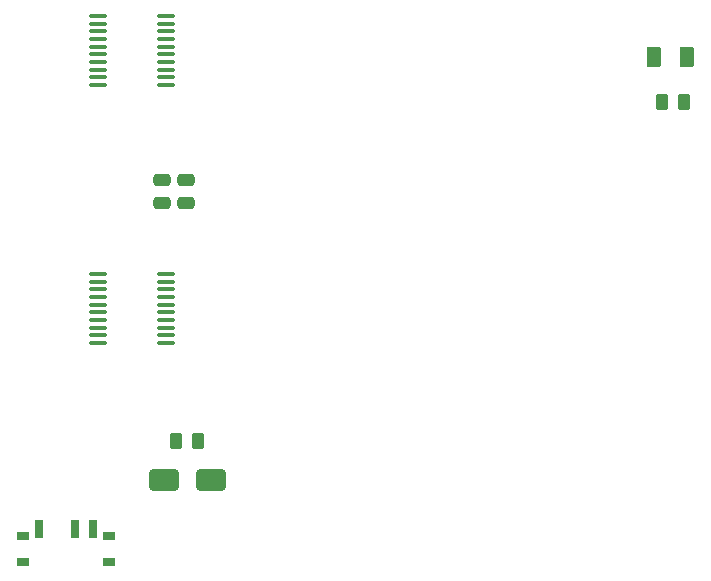
<source format=gtp>
G04 #@! TF.GenerationSoftware,KiCad,Pcbnew,7.0.7*
G04 #@! TF.CreationDate,2023-10-08T00:04:21-07:00*
G04 #@! TF.ProjectId,LogicAnalyzer,4c6f6769-6341-46e6-916c-797a65722e6b,rev?*
G04 #@! TF.SameCoordinates,Original*
G04 #@! TF.FileFunction,Paste,Top*
G04 #@! TF.FilePolarity,Positive*
%FSLAX46Y46*%
G04 Gerber Fmt 4.6, Leading zero omitted, Abs format (unit mm)*
G04 Created by KiCad (PCBNEW 7.0.7) date 2023-10-08 00:04:21*
%MOMM*%
%LPD*%
G01*
G04 APERTURE LIST*
G04 Aperture macros list*
%AMRoundRect*
0 Rectangle with rounded corners*
0 $1 Rounding radius*
0 $2 $3 $4 $5 $6 $7 $8 $9 X,Y pos of 4 corners*
0 Add a 4 corners polygon primitive as box body*
4,1,4,$2,$3,$4,$5,$6,$7,$8,$9,$2,$3,0*
0 Add four circle primitives for the rounded corners*
1,1,$1+$1,$2,$3*
1,1,$1+$1,$4,$5*
1,1,$1+$1,$6,$7*
1,1,$1+$1,$8,$9*
0 Add four rect primitives between the rounded corners*
20,1,$1+$1,$2,$3,$4,$5,0*
20,1,$1+$1,$4,$5,$6,$7,0*
20,1,$1+$1,$6,$7,$8,$9,0*
20,1,$1+$1,$8,$9,$2,$3,0*%
G04 Aperture macros list end*
%ADD10RoundRect,0.250000X-1.000000X-0.650000X1.000000X-0.650000X1.000000X0.650000X-1.000000X0.650000X0*%
%ADD11RoundRect,0.250000X-0.262500X-0.450000X0.262500X-0.450000X0.262500X0.450000X-0.262500X0.450000X0*%
%ADD12RoundRect,0.100000X0.637500X0.100000X-0.637500X0.100000X-0.637500X-0.100000X0.637500X-0.100000X0*%
%ADD13RoundRect,0.250000X-0.475000X0.250000X-0.475000X-0.250000X0.475000X-0.250000X0.475000X0.250000X0*%
%ADD14R,1.000000X0.800000*%
%ADD15R,0.700000X1.500000*%
%ADD16RoundRect,0.250000X0.475000X-0.250000X0.475000X0.250000X-0.475000X0.250000X-0.475000X-0.250000X0*%
%ADD17RoundRect,0.250000X0.262500X0.450000X-0.262500X0.450000X-0.262500X-0.450000X0.262500X-0.450000X0*%
%ADD18RoundRect,0.250000X0.375000X0.625000X-0.375000X0.625000X-0.375000X-0.625000X0.375000X-0.625000X0*%
G04 APERTURE END LIST*
D10*
X87217000Y-113593000D03*
X83217000Y-113593000D03*
D11*
X84281000Y-110236000D03*
X86106000Y-110236000D03*
D12*
X83380500Y-80141000D03*
X83380500Y-79491000D03*
X83380500Y-78841000D03*
X83380500Y-78191000D03*
X83380500Y-77541000D03*
X83380500Y-76891000D03*
X83380500Y-76241000D03*
X83380500Y-75591000D03*
X83380500Y-74941000D03*
X83380500Y-74291000D03*
X77655500Y-74291000D03*
X77655500Y-74941000D03*
X77655500Y-75591000D03*
X77655500Y-76241000D03*
X77655500Y-76891000D03*
X77655500Y-77541000D03*
X77655500Y-78191000D03*
X77655500Y-78841000D03*
X77655500Y-79491000D03*
X77655500Y-80141000D03*
D13*
X83058000Y-88204000D03*
X83058000Y-90104000D03*
D14*
X71280000Y-118346000D03*
X71280000Y-120556000D03*
X78580000Y-118346000D03*
X78580000Y-120556000D03*
D15*
X72680000Y-117696000D03*
X75680000Y-117696000D03*
X77180000Y-117696000D03*
D16*
X85090000Y-90104000D03*
X85090000Y-88204000D03*
D17*
X127254000Y-81534000D03*
X125429000Y-81534000D03*
D18*
X127500000Y-77724000D03*
X124700000Y-77724000D03*
D12*
X83380500Y-101985000D03*
X83380500Y-101335000D03*
X83380500Y-100685000D03*
X83380500Y-100035000D03*
X83380500Y-99385000D03*
X83380500Y-98735000D03*
X83380500Y-98085000D03*
X83380500Y-97435000D03*
X83380500Y-96785000D03*
X83380500Y-96135000D03*
X77655500Y-96135000D03*
X77655500Y-96785000D03*
X77655500Y-97435000D03*
X77655500Y-98085000D03*
X77655500Y-98735000D03*
X77655500Y-99385000D03*
X77655500Y-100035000D03*
X77655500Y-100685000D03*
X77655500Y-101335000D03*
X77655500Y-101985000D03*
M02*

</source>
